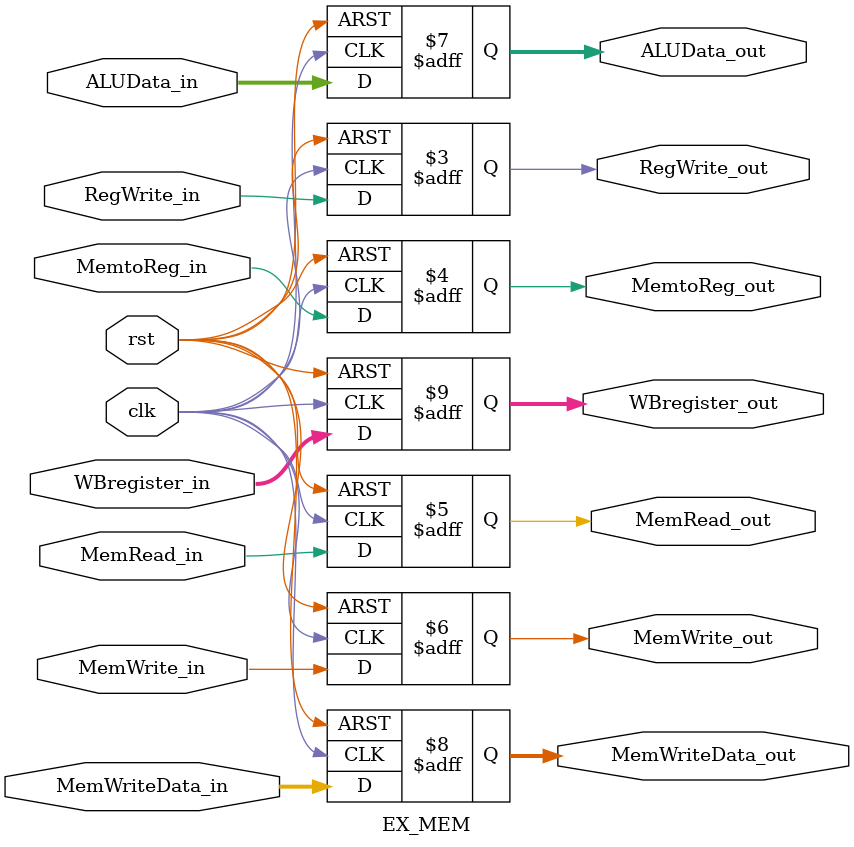
<source format=v>
/* =============================================================================
 *
 * Name           : EX_MEM.v
 * Author         : Hakki Caner Kirmizi
 * Date           : 2010-5-17
 * Description    : A module that implements the so-called EX-MEM (execute -
 *					memory access) pipelined register.
 *
 * =============================================================================
*/

module EX_MEM(
	clk,
	rst,
	RegWrite_in,	// WB
	MemtoReg_in,	// WB
	MemRead_in,		// M
	MemWrite_in,	// M
	ALUData_in,
	MemWriteData_in,
	WBregister_in,
	RegWrite_out,	// WB
	MemtoReg_out,	// WB
	MemRead_out,	// M
	MemWrite_out,
	ALUData_out,
	MemWriteData_out,
	WBregister_out
);

// Input Ports
input			clk;
input			rst;
input			RegWrite_in;
input			MemtoReg_in;
input			MemRead_in;
input			MemWrite_in;
input	[31:0]	ALUData_in;
input	[31:0]	MemWriteData_in;
input	[4:0]	WBregister_in;

// Output Ports
output			RegWrite_out;
output			MemtoReg_out;
output			MemRead_out;
output			MemWrite_out;
output	[31:0]	ALUData_out;
output	[31:0]	MemWriteData_out;
output	[4:0]	WBregister_out;

// Registers
reg			RegWrite_out;
reg			MemtoReg_out;
reg			MemRead_out;
reg			MemWrite_out;
reg	[31:0]	ALUData_out;
reg	[31:0]	MemWriteData_out;
reg	[4:0]	WBregister_out;

// Procedure
always @(posedge clk or negedge rst) begin
	if(~rst) begin
		RegWrite_out	<= 1'b0;
		MemtoReg_out	<= 1'b0;
		MemRead_out		<= 1'b0;
		MemWrite_out	<= 1'b0;
		ALUData_out		<= 32'b0;
		MemWriteData_out<= 32'b0;
		WBregister_out	<= 5'b0;		
	end
	else begin
		RegWrite_out	<= RegWrite_in;
		MemtoReg_out	<= MemtoReg_in;
		MemRead_out		<= MemRead_in;
		MemWrite_out	<= MemWrite_in;
		ALUData_out		<= ALUData_in;
		MemWriteData_out<= MemWriteData_in;
		WBregister_out	<= WBregister_in;	
	end
end

endmodule

</source>
